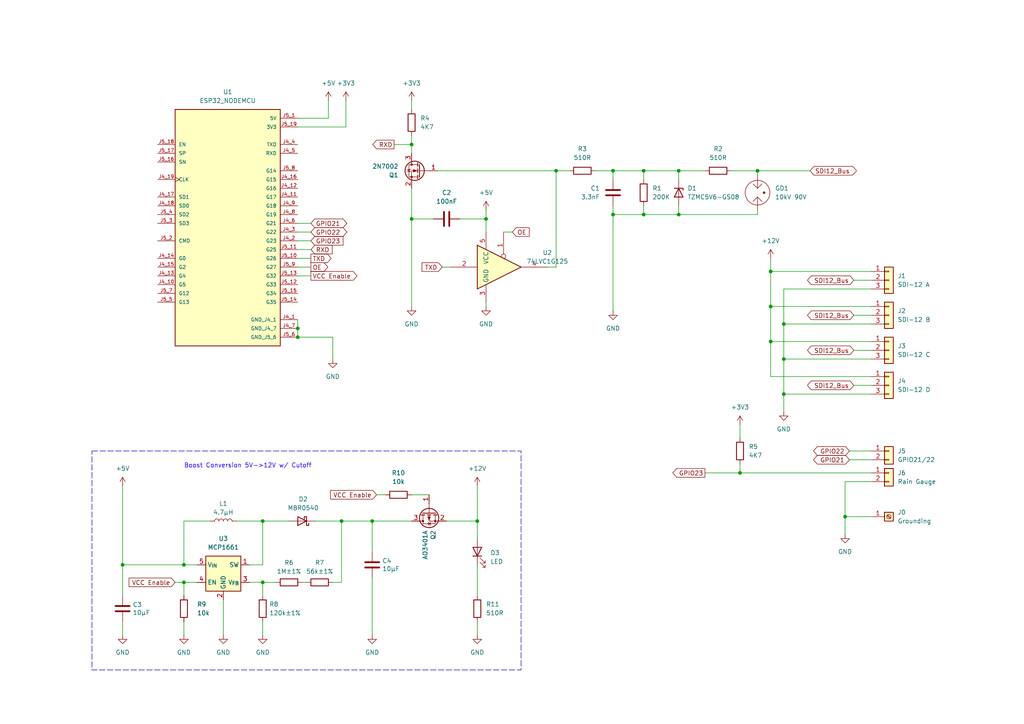
<source format=kicad_sch>
(kicad_sch (version 20230121) (generator eeschema)
  (paper "A4")
  (lib_symbols
    (symbol "74xGxx:74LVC1G125"
      (property "Reference" "U" (at -10.16 7.62 0))
      (property "Value" "74LVC1G125" (at 2.54 -7.62 0))
      (symbol "74LVC1G125_0_1"
        (polyline (pts (xy -7.62 6.35) (xy -7.62 -6.35) (xy 5.08 0) (xy -7.62 6.35)) (stroke (width 0.254)) (fill (type background)))
      )
      (symbol "74LVC1G125_1_1"
        (pin input inverted (at 0 10.16 270) (length 7.62) (name "~") (number "1"))
        (pin input line (at -15.24 0 0) (length 7.62) (name "~") (number "2"))
        (pin power_in line (at -5.08 -10.16 90) (length 5.08) (name "GND") (number "3"))
        (pin tri_state line (at 12.7 0 180) (length 7.62) (name "~") (number "4"))
        (pin power_in line (at -5.08 10.16 270) (length 5.08) (name "VCC") (number "5"))
      )
    )
    (symbol "Connector:Screw_Terminal_01x01" (pin_names (offset 1.016) hide)
      (property "Reference" "J" (at 0 2.54 0))
      (property "Value" "Screw_Terminal_01x01" (at 0 -2.54 0))
      (symbol "Screw_Terminal_01x01_1_1"
        (rectangle (start -1.27 1.27) (end 1.27 -1.27) (stroke (width 0.254)) (fill (type background)))
        (polyline (pts (xy -0.5334 0.3302) (xy 0.3302 -0.508)) (stroke (width 0.1524)))
        (polyline (pts (xy -0.3556 0.508) (xy 0.508 -0.3302)) (stroke (width 0.1524)))
        (circle (center 0 0) (radius 0.635) (stroke (width 0.1524)))
        (pin passive line (at -5.08 0 0) (length 3.81) (name "Pin_1") (number "1"))
      )
    )
    (symbol "Connector_Generic:Conn_01x02" (pin_names (offset 1.016) hide)
      (property "Reference" "J" (at 0 2.54 0))
      (property "Value" "Conn_01x02" (at 0 -5.08 0))
      (symbol "Conn_01x02_1_1"
        (rectangle (start -1.27 -2.413) (end 0 -2.667) (stroke (width 0.1524)))
        (rectangle (start -1.27 0.127) (end 0 -0.127) (stroke (width 0.1524)))
        (rectangle (start -1.27 1.27) (end 1.27 -3.81) (stroke (width 0.254)) (fill (type background)))
        (pin passive line (at -5.08 0 0) (length 3.81) (name "Pin_1") (number "1"))
        (pin passive line (at -5.08 -2.54 0) (length 3.81) (name "Pin_2") (number "2"))
      )
    )
    (symbol "Connector_Generic:Conn_01x03" (pin_names (offset 1.016) hide)
      (property "Reference" "J" (at 0 5.08 0))
      (property "Value" "Conn_01x03" (at 0 -5.08 0))
      (symbol "Conn_01x03_1_1"
        (rectangle (start -1.27 -2.413) (end 0 -2.667) (stroke (width 0.1524)))
        (rectangle (start -1.27 0.127) (end 0 -0.127) (stroke (width 0.1524)))
        (rectangle (start -1.27 2.667) (end 0 2.413) (stroke (width 0.1524)))
        (rectangle (start -1.27 3.81) (end 1.27 -3.81) (stroke (width 0.254)) (fill (type background)))
        (pin passive line (at -5.08 2.54 0) (length 3.81) (name "Pin_1") (number "1"))
        (pin passive line (at -5.08 0 0) (length 3.81) (name "Pin_2") (number "2"))
        (pin passive line (at -5.08 -2.54 0) (length 3.81) (name "Pin_3") (number "3"))
      )
    )
    (symbol "Device:C" (pin_numbers hide) (pin_names (offset 0.254))
      (property "Reference" "C" (at 0.635 2.54 0))
      (property "Value" "C" (at 0.635 -2.54 0))
      (symbol "C_0_1"
        (polyline (pts (xy -2.032 -0.762) (xy 2.032 -0.762)) (stroke (width 0.508)))
        (polyline (pts (xy -2.032 0.762) (xy 2.032 0.762)) (stroke (width 0.508)))
      )
      (symbol "C_1_1"
        (pin passive line (at 0 3.81 270) (length 2.794) (name "~") (number "1"))
        (pin passive line (at 0 -3.81 90) (length 2.794) (name "~") (number "2"))
      )
    )
    (symbol "Device:GDT_2Pin" (pin_numbers hide)
      (property "Reference" "GD" (at 5.08 0 90))
      (property "Value" "GDT_2Pin" (at 7.62 0 90))
      (symbol "GDT_2Pin_0_1"
        (polyline (pts (xy 0 -2.54) (xy 0 -1.27)))
        (polyline (pts (xy 0 -1.27) (xy -1.27 -2.54)))
        (polyline (pts (xy 0 -1.27) (xy 1.27 -2.54)))
        (polyline (pts (xy 0 1.27) (xy -1.27 2.54)))
        (polyline (pts (xy 0 1.27) (xy 1.27 2.54)))
        (polyline (pts (xy 0 2.54) (xy 0 1.27)))
        (circle (center 0 0) (radius 3.5814))
        (circle (center 1.905 0) (radius 0.127))
        (circle (center 1.905 0) (radius 0.127))
        (circle (center 1.905 0) (radius 0.2794))
        (circle (center 2.032 0) (radius 0.127))
      )
      (symbol "GDT_2Pin_1_1"
        (pin passive line (at 0 -5.08 90) (length 2.54) (name "~") (number "1"))
        (pin passive line (at 0 5.08 270) (length 2.54) (name "~") (number "3"))
      )
    )
    (symbol "Device:L" (pin_numbers hide) (pin_names (offset 1.016) hide)
      (property "Reference" "L" (at -1.27 0 90))
      (property "Value" "L" (at 1.905 0 90))
      (symbol "L_0_1"
        (arc (start 0 -2.54) (mid 0.6323 -1.905) (end 0 -1.27))
        (arc (start 0 -1.27) (mid 0.6323 -0.635) (end 0 0))
        (arc (start 0 0) (mid 0.6323 0.635) (end 0 1.27))
        (arc (start 0 1.27) (mid 0.6323 1.905) (end 0 2.54))
      )
      (symbol "L_1_1"
        (pin passive line (at 0 3.81 270) (length 1.27) (name "1") (number "1"))
        (pin passive line (at 0 -3.81 90) (length 1.27) (name "2") (number "2"))
      )
    )
    (symbol "Device:LED" (pin_numbers hide) (pin_names (offset 1.016) hide)
      (property "Reference" "D" (at 0 2.54 0))
      (property "Value" "LED" (at 0 -2.54 0))
      (symbol "LED_0_1"
        (polyline (pts (xy -1.27 -1.27) (xy -1.27 1.27)) (stroke (width 0.254)))
        (polyline (pts (xy -1.27 0) (xy 1.27 0)))
        (polyline (pts (xy 1.27 -1.27) (xy 1.27 1.27) (xy -1.27 0) (xy 1.27 -1.27)) (stroke (width 0.254)))
        (polyline (pts (xy -3.048 -0.762) (xy -4.572 -2.286) (xy -3.81 -2.286) (xy -4.572 -2.286) (xy -4.572 -1.524)))
        (polyline (pts (xy -1.778 -0.762) (xy -3.302 -2.286) (xy -2.54 -2.286) (xy -3.302 -2.286) (xy -3.302 -1.524)))
      )
      (symbol "LED_1_1"
        (pin passive line (at -3.81 0 0) (length 2.54) (name "K") (number "1"))
        (pin passive line (at 3.81 0 180) (length 2.54) (name "A") (number "2"))
      )
    )
    (symbol "Device:R" (pin_numbers hide) (pin_names (offset 0))
      (property "Reference" "R" (at 2.032 0 90))
      (property "Value" "R" (at 0 0 90))
      (symbol "R_0_1"
        (rectangle (start -1.016 -2.54) (end 1.016 2.54) (stroke (width 0.254)))
      )
      (symbol "R_1_1"
        (pin passive line (at 0 3.81 270) (length 1.27) (name "~") (number "1"))
        (pin passive line (at 0 -3.81 90) (length 1.27) (name "~") (number "2"))
      )
    )
    (symbol "Diode:BZV55B5V6" (pin_numbers hide) (pin_names hide)
      (property "Reference" "D" (at 0 2.54 0))
      (property "Value" "BZV55B5V6" (at 0 -2.54 0))
      (symbol "BZV55B5V6_0_1"
        (polyline (pts (xy 1.27 0) (xy -1.27 0)))
        (polyline (pts (xy -1.27 -1.27) (xy -1.27 1.27) (xy -0.762 1.27)) (stroke (width 0.254)))
        (polyline (pts (xy 1.27 -1.27) (xy 1.27 1.27) (xy -1.27 0) (xy 1.27 -1.27)) (stroke (width 0.254)))
      )
      (symbol "BZV55B5V6_1_1"
        (pin passive line (at -3.81 0 0) (length 2.54) (name "K") (number "1"))
        (pin passive line (at 3.81 0 180) (length 2.54) (name "A") (number "2"))
      )
    )
    (symbol "Diode:MBR0540" (pin_numbers hide) (pin_names (offset 1.016) hide)
      (property "Reference" "D" (at 0 2.54 0))
      (property "Value" "MBR0540" (at 0 -2.54 0))
      (symbol "MBR0540_0_1"
        (polyline (pts (xy 1.27 0) (xy -1.27 0)))
        (polyline (pts (xy 1.27 1.27) (xy 1.27 -1.27) (xy -1.27 0) (xy 1.27 1.27)) (stroke (width 0.254)))
        (polyline (pts (xy -1.905 0.635) (xy -1.905 1.27) (xy -1.27 1.27) (xy -1.27 -1.27) (xy -0.635 -1.27) (xy -0.635 -0.635)) (stroke (width 0.254)))
      )
      (symbol "MBR0540_1_1"
        (pin passive line (at -3.81 0 0) (length 2.54) (name "K") (number "1"))
        (pin passive line (at 3.81 0 180) (length 2.54) (name "A") (number "2"))
      )
    )
    (symbol "Driver_LED:MCP1662-xOT"
      (property "Reference" "U" (at -5.08 6.35 0))
      (property "Value" "MCP1662-xOT" (at 8.89 -6.35 0))
      (symbol "MCP1662-xOT_0_1"
        (rectangle (start -5.08 5.08) (end 5.08 -5.08) (stroke (width 0.254)) (fill (type background)))
      )
      (symbol "MCP1662-xOT_1_1"
        (pin power_out line (at 7.62 2.54 180) (length 2.54) (name "SW") (number "1"))
        (pin power_in line (at 0 -7.62 90) (length 2.54) (name "GND") (number "2"))
        (pin input line (at 7.62 -2.54 180) (length 2.54) (name "V_{FB}") (number "3"))
        (pin input line (at -7.62 -2.54 0) (length 2.54) (name "EN") (number "4"))
        (pin power_in line (at -7.62 2.54 0) (length 2.54) (name "V_{IN}") (number "5"))
      )
    )
    (symbol "ESP32_NODEMCU:ESP32_NODEMCU" (pin_names (offset 1.016))
      (property "Reference" "U" (at -15.24 36.322 0))
      (property "Value" "ESP32_NODEMCU" (at -15.24 -35.56 0))
      (symbol "ESP32_NODEMCU_0_0"
        (rectangle (start -15.24 -33.02) (end 15.24 35.56) (stroke (width 0.254)) (fill (type background)))
        (pin power_in line (at 20.32 -25.4 180) (length 5.08) (name "GND_J4_1") (number "J4_1"))
        (pin bidirectional line (at -20.32 -15.24 0) (length 5.08) (name "G5") (number "J4_10"))
        (pin bidirectional line (at 20.32 10.16 180) (length 5.08) (name "G17") (number "J4_11"))
        (pin bidirectional line (at 20.32 12.7 180) (length 5.08) (name "G16") (number "J4_12"))
        (pin bidirectional line (at -20.32 -12.7 0) (length 5.08) (name "G4") (number "J4_13"))
        (pin bidirectional line (at -20.32 -7.62 0) (length 5.08) (name "G0") (number "J4_14"))
        (pin bidirectional line (at -20.32 -10.16 0) (length 5.08) (name "G2") (number "J4_15"))
        (pin bidirectional line (at 20.32 15.24 180) (length 5.08) (name "G15") (number "J4_16"))
        (pin bidirectional line (at -20.32 10.16 0) (length 5.08) (name "SD1") (number "J4_17"))
        (pin bidirectional line (at -20.32 7.62 0) (length 5.08) (name "SD0") (number "J4_18"))
        (pin input clock (at -20.32 15.24 0) (length 5.08) (name "CLK") (number "J4_19"))
        (pin bidirectional line (at 20.32 -2.54 180) (length 5.08) (name "G23") (number "J4_2"))
        (pin bidirectional line (at 20.32 0 180) (length 5.08) (name "G22") (number "J4_3"))
        (pin output line (at 20.32 25.4 180) (length 5.08) (name "TXD") (number "J4_4"))
        (pin input line (at 20.32 22.86 180) (length 5.08) (name "RXD") (number "J4_5"))
        (pin bidirectional line (at 20.32 2.54 180) (length 5.08) (name "G21") (number "J4_6"))
        (pin power_in line (at 20.32 -27.94 180) (length 5.08) (name "GND_J4_7") (number "J4_7"))
        (pin bidirectional line (at 20.32 5.08 180) (length 5.08) (name "G19") (number "J4_8"))
        (pin bidirectional line (at 20.32 7.62 180) (length 5.08) (name "G18") (number "J4_9"))
        (pin power_in line (at 20.32 33.02 180) (length 5.08) (name "5V") (number "J5_1"))
        (pin bidirectional line (at 20.32 -7.62 180) (length 5.08) (name "G26") (number "J5_10"))
        (pin bidirectional line (at 20.32 -5.08 180) (length 5.08) (name "G25") (number "J5_11"))
        (pin bidirectional line (at 20.32 -15.24 180) (length 5.08) (name "G33") (number "J5_12"))
        (pin bidirectional line (at 20.32 -12.7 180) (length 5.08) (name "G32") (number "J5_13"))
        (pin bidirectional line (at 20.32 -20.32 180) (length 5.08) (name "G35") (number "J5_14"))
        (pin bidirectional line (at 20.32 -17.78 180) (length 5.08) (name "G34") (number "J5_15"))
        (pin input line (at -20.32 20.32 0) (length 5.08) (name "SN") (number "J5_16"))
        (pin input line (at -20.32 22.86 0) (length 5.08) (name "SP") (number "J5_17"))
        (pin input line (at -20.32 25.4 0) (length 5.08) (name "EN") (number "J5_18"))
        (pin power_in line (at 20.32 30.48 180) (length 5.08) (name "3V3") (number "J5_19"))
        (pin bidirectional line (at -20.32 -2.54 0) (length 5.08) (name "CMD") (number "J5_2"))
        (pin bidirectional line (at -20.32 2.54 0) (length 5.08) (name "SD3") (number "J5_3"))
        (pin bidirectional line (at -20.32 5.08 0) (length 5.08) (name "SD2") (number "J5_4"))
        (pin bidirectional line (at -20.32 -20.32 0) (length 5.08) (name "G13") (number "J5_5"))
        (pin power_in line (at 20.32 -30.48 180) (length 5.08) (name "GND_J5_6") (number "J5_6"))
        (pin bidirectional line (at -20.32 -17.78 0) (length 5.08) (name "G12") (number "J5_7"))
        (pin bidirectional line (at 20.32 17.78 180) (length 5.08) (name "G14") (number "J5_8"))
        (pin bidirectional line (at 20.32 -10.16 180) (length 5.08) (name "G27") (number "J5_9"))
      )
    )
    (symbol "Transistor_FET:2N7002" (pin_names hide)
      (property "Reference" "Q" (at 5.08 1.905 0))
      (property "Value" "2N7002" (at 5.08 0 0))
      (symbol "2N7002_0_1"
        (polyline (pts (xy 0.254 0) (xy -2.54 0)))
        (polyline (pts (xy 0.254 1.905) (xy 0.254 -1.905)) (stroke (width 0.254)))
        (polyline (pts (xy 0.762 -1.27) (xy 0.762 -2.286)) (stroke (width 0.254)))
        (polyline (pts (xy 0.762 0.508) (xy 0.762 -0.508)) (stroke (width 0.254)))
        (polyline (pts (xy 0.762 2.286) (xy 0.762 1.27)) (stroke (width 0.254)))
        (polyline (pts (xy 2.54 2.54) (xy 2.54 1.778)))
        (polyline (pts (xy 2.54 -2.54) (xy 2.54 0) (xy 0.762 0)))
        (polyline (pts (xy 0.762 -1.778) (xy 3.302 -1.778) (xy 3.302 1.778) (xy 0.762 1.778)))
        (polyline (pts (xy 1.016 0) (xy 2.032 0.381) (xy 2.032 -0.381) (xy 1.016 0)) (fill (type outline)))
        (polyline (pts (xy 2.794 0.508) (xy 2.921 0.381) (xy 3.683 0.381) (xy 3.81 0.254)))
        (polyline (pts (xy 3.302 0.381) (xy 2.921 -0.254) (xy 3.683 -0.254) (xy 3.302 0.381)))
        (circle (center 1.651 0) (radius 2.794) (stroke (width 0.254)))
        (circle (center 2.54 -1.778) (radius 0.254) (fill (type outline)))
        (circle (center 2.54 1.778) (radius 0.254) (fill (type outline)))
      )
      (symbol "2N7002_1_1"
        (pin input line (at -5.08 0 0) (length 2.54) (name "G") (number "1"))
        (pin passive line (at 2.54 -5.08 90) (length 2.54) (name "S") (number "2"))
        (pin passive line (at 2.54 5.08 270) (length 2.54) (name "D") (number "3"))
      )
    )
    (symbol "Transistor_FET:AO3401A" (pin_names hide)
      (property "Reference" "Q" (at 5.08 1.905 0))
      (property "Value" "AO3401A" (at 5.08 0 0))
      (symbol "AO3401A_0_1"
        (polyline (pts (xy 0.254 0) (xy -2.54 0)))
        (polyline (pts (xy 0.254 1.905) (xy 0.254 -1.905)) (stroke (width 0.254)))
        (polyline (pts (xy 0.762 -1.27) (xy 0.762 -2.286)) (stroke (width 0.254)))
        (polyline (pts (xy 0.762 0.508) (xy 0.762 -0.508)) (stroke (width 0.254)))
        (polyline (pts (xy 0.762 2.286) (xy 0.762 1.27)) (stroke (width 0.254)))
        (polyline (pts (xy 2.54 2.54) (xy 2.54 1.778)))
        (polyline (pts (xy 2.54 -2.54) (xy 2.54 0) (xy 0.762 0)))
        (polyline (pts (xy 0.762 1.778) (xy 3.302 1.778) (xy 3.302 -1.778) (xy 0.762 -1.778)))
        (polyline (pts (xy 2.286 0) (xy 1.27 0.381) (xy 1.27 -0.381) (xy 2.286 0)) (fill (type outline)))
        (polyline (pts (xy 2.794 -0.508) (xy 2.921 -0.381) (xy 3.683 -0.381) (xy 3.81 -0.254)))
        (polyline (pts (xy 3.302 -0.381) (xy 2.921 0.254) (xy 3.683 0.254) (xy 3.302 -0.381)))
        (circle (center 1.651 0) (radius 2.794) (stroke (width 0.254)))
        (circle (center 2.54 -1.778) (radius 0.254) (fill (type outline)))
        (circle (center 2.54 1.778) (radius 0.254) (fill (type outline)))
      )
      (symbol "AO3401A_1_1"
        (pin input line (at -5.08 0 0) (length 2.54) (name "G") (number "1"))
        (pin passive line (at 2.54 -5.08 90) (length 2.54) (name "S") (number "2"))
        (pin passive line (at 2.54 5.08 270) (length 2.54) (name "D") (number "3"))
      )
    )
    (symbol "power:+12V" (power) (pin_names (offset 0))
      (property "Value" "+12V" (at 0 3.556 0))
      (symbol "+12V_0_1"
        (polyline (pts (xy -0.762 1.27) (xy 0 2.54)))
        (polyline (pts (xy 0 0) (xy 0 2.54)))
        (polyline (pts (xy 0 2.54) (xy 0.762 1.27)))
      )
      (symbol "+12V_1_1"
        (pin power_in line (at 0 0 90) (length 0) hide (name "+12V") (number "1"))
      )
    )
    (symbol "power:+3V3" (power) (pin_names (offset 0))
      (property "Value" "+3V3" (at 0 3.556 0))
      (symbol "+3V3_0_1"
        (polyline (pts (xy -0.762 1.27) (xy 0 2.54)))
        (polyline (pts (xy 0 0) (xy 0 2.54)))
        (polyline (pts (xy 0 2.54) (xy 0.762 1.27)))
      )
      (symbol "+3V3_1_1"
        (pin power_in line (at 0 0 90) (length 0) hide (name "+3V3") (number "1"))
      )
    )
    (symbol "power:+5V" (power) (pin_names (offset 0))
      (property "Value" "+5V" (at 0 3.556 0))
      (symbol "+5V_0_1"
        (polyline (pts (xy -0.762 1.27) (xy 0 2.54)))
        (polyline (pts (xy 0 0) (xy 0 2.54)))
        (polyline (pts (xy 0 2.54) (xy 0.762 1.27)))
      )
      (symbol "+5V_1_1"
        (pin power_in line (at 0 0 90) (length 0) hide (name "+5V") (number "1"))
      )
    )
    (symbol "power:GND" (power) (pin_names (offset 0))
      (property "Value" "GND" (at 0 -3.81 0))
      (symbol "GND_0_1"
        (polyline (pts (xy 0 0) (xy 0 -1.27) (xy 1.27 -1.27) (xy 0 -2.54) (xy -1.27 -1.27) (xy 0 -1.27)))
      )
      (symbol "GND_1_1"
        (pin power_in line (at 0 0 270) (length 0) hide (name "GND") (number "1"))
      )
    )
  )
  (junction (at 223.52 78.74))
  (junction (at 53.34 168.91))
  (junction (at 177.8 62.23))
  (junction (at 227.33 114.3))
  (junction (at 177.8 49.53))
  (junction (at 196.85 49.53))
  (junction (at 186.69 49.53))
  (junction (at 53.34 163.83))
  (junction (at 86.36 95.25))
  (junction (at 107.95 151.13))
  (junction (at 86.36 97.79))
  (junction (at 76.2 168.91))
  (junction (at 119.38 63.5))
  (junction (at 35.56 163.83))
  (junction (at 227.33 93.98))
  (junction (at 161.29 49.53))
  (junction (at 196.85 62.23))
  (junction (at 76.2 151.13))
  (junction (at 245.11 149.86))
  (junction (at 138.43 151.13))
  (junction (at 227.33 104.14))
  (junction (at 219.71 49.53))
  (junction (at 140.97 63.5))
  (junction (at 99.06 151.13))
  (junction (at 223.52 88.9))
  (junction (at 186.69 62.23))
  (junction (at 214.63 137.16))
  (junction (at 223.52 99.06))
  (junction (at 119.38 41.91))
  (wire (pts (xy 214.63 123.19) (xy 214.63 127)))
  (wire (pts (xy 177.8 62.23) (xy 177.8 90.17)))
  (wire (pts (xy 247.65 111.76) (xy 252.73 111.76)))
  (wire (pts (xy 86.36 77.47) (xy 90.17 77.47)))
  (wire (pts (xy 252.73 114.3) (xy 227.33 114.3)))
  (wire (pts (xy 252.73 88.9) (xy 223.52 88.9)))
  (wire (pts (xy 177.8 62.23) (xy 177.8 59.69)))
  (wire (pts (xy 223.52 74.93) (xy 223.52 78.74)))
  (wire (pts (xy 119.38 39.37) (xy 119.38 41.91)))
  (wire (pts (xy 86.36 69.85) (xy 90.17 69.85)))
  (wire (pts (xy 86.36 72.39) (xy 90.17 72.39)))
  (wire (pts (xy 86.36 92.71) (xy 86.36 95.25)))
  (wire (pts (xy 172.72 49.53) (xy 177.8 49.53)))
  (wire (pts (xy 186.69 49.53) (xy 196.85 49.53)))
  (wire (pts (xy 186.69 59.69) (xy 186.69 62.23)))
  (wire (pts (xy 119.38 63.5) (xy 125.73 63.5)))
  (wire (pts (xy 246.38 133.35) (xy 252.73 133.35)))
  (wire (pts (xy 72.39 168.91) (xy 76.2 168.91)))
  (wire (pts (xy 53.34 180.34) (xy 53.34 184.15)))
  (wire (pts (xy 219.71 49.53) (xy 219.71 50.8)))
  (wire (pts (xy 96.52 104.14) (xy 96.52 97.79)))
  (wire (pts (xy 223.52 78.74) (xy 252.73 78.74)))
  (wire (pts (xy 227.33 93.98) (xy 227.33 104.14)))
  (wire (pts (xy 107.95 151.13) (xy 119.38 151.13)))
  (wire (pts (xy 76.2 168.91) (xy 80.01 168.91)))
  (wire (pts (xy 186.69 49.53) (xy 186.69 52.07)))
  (wire (pts (xy 86.36 74.93) (xy 90.17 74.93)))
  (wire (pts (xy 223.52 99.06) (xy 223.52 88.9)))
  (wire (pts (xy 68.58 151.13) (xy 76.2 151.13)))
  (wire (pts (xy 119.38 29.21) (xy 119.38 31.75)))
  (wire (pts (xy 86.36 64.77) (xy 90.17 64.77)))
  (wire (pts (xy 204.47 137.16) (xy 214.63 137.16)))
  (wire (pts (xy 252.73 149.86) (xy 245.11 149.86)))
  (wire (pts (xy 177.8 49.53) (xy 177.8 52.07)))
  (wire (pts (xy 161.29 77.47) (xy 161.29 49.53)))
  (wire (pts (xy 245.11 139.7) (xy 252.73 139.7)))
  (wire (pts (xy 60.96 151.13) (xy 53.34 151.13)))
  (wire (pts (xy 212.09 49.53) (xy 219.71 49.53)))
  (wire (pts (xy 247.65 81.28) (xy 252.73 81.28)))
  (wire (pts (xy 86.36 67.31) (xy 90.17 67.31)))
  (wire (pts (xy 35.56 172.72) (xy 35.56 163.83)))
  (wire (pts (xy 76.2 168.91) (xy 76.2 172.72)))
  (wire (pts (xy 100.33 36.83) (xy 86.36 36.83)))
  (wire (pts (xy 138.43 163.83) (xy 138.43 172.72)))
  (wire (pts (xy 95.25 34.29) (xy 86.36 34.29)))
  (wire (pts (xy 219.71 49.53) (xy 234.95 49.53)))
  (wire (pts (xy 252.73 109.22) (xy 223.52 109.22)))
  (wire (pts (xy 119.38 143.51) (xy 124.46 143.51)))
  (wire (pts (xy 138.43 140.97) (xy 138.43 151.13)))
  (wire (pts (xy 53.34 168.91) (xy 57.15 168.91)))
  (wire (pts (xy 129.54 151.13) (xy 138.43 151.13)))
  (wire (pts (xy 96.52 168.91) (xy 99.06 168.91)))
  (wire (pts (xy 35.56 140.97) (xy 35.56 163.83)))
  (wire (pts (xy 72.39 163.83) (xy 76.2 163.83)))
  (wire (pts (xy 64.77 173.99) (xy 64.77 184.15)))
  (wire (pts (xy 246.38 130.81) (xy 252.73 130.81)))
  (wire (pts (xy 119.38 41.91) (xy 119.38 44.45)))
  (wire (pts (xy 177.8 49.53) (xy 186.69 49.53)))
  (wire (pts (xy 100.33 29.21) (xy 100.33 36.83)))
  (wire (pts (xy 86.36 95.25) (xy 86.36 97.79)))
  (wire (pts (xy 50.8 168.91) (xy 53.34 168.91)))
  (wire (pts (xy 99.06 151.13) (xy 107.95 151.13)))
  (wire (pts (xy 133.35 63.5) (xy 140.97 63.5)))
  (wire (pts (xy 86.36 80.01) (xy 90.17 80.01)))
  (wire (pts (xy 76.2 151.13) (xy 76.2 163.83)))
  (wire (pts (xy 53.34 151.13) (xy 53.34 163.83)))
  (wire (pts (xy 252.73 83.82) (xy 227.33 83.82)))
  (wire (pts (xy 119.38 54.61) (xy 119.38 63.5)))
  (wire (pts (xy 161.29 49.53) (xy 165.1 49.53)))
  (wire (pts (xy 91.44 151.13) (xy 99.06 151.13)))
  (wire (pts (xy 140.97 87.63) (xy 140.97 88.9)))
  (wire (pts (xy 252.73 93.98) (xy 227.33 93.98)))
  (wire (pts (xy 138.43 180.34) (xy 138.43 184.15)))
  (wire (pts (xy 252.73 99.06) (xy 223.52 99.06)))
  (wire (pts (xy 223.52 88.9) (xy 223.52 78.74)))
  (wire (pts (xy 223.52 109.22) (xy 223.52 99.06)))
  (wire (pts (xy 87.63 168.91) (xy 88.9 168.91)))
  (wire (pts (xy 146.05 67.31) (xy 148.59 67.31)))
  (wire (pts (xy 109.22 143.51) (xy 111.76 143.51)))
  (wire (pts (xy 107.95 151.13) (xy 107.95 160.02)))
  (wire (pts (xy 177.8 62.23) (xy 186.69 62.23)))
  (wire (pts (xy 53.34 163.83) (xy 57.15 163.83)))
  (wire (pts (xy 161.29 77.47) (xy 158.75 77.47)))
  (wire (pts (xy 247.65 101.6) (xy 252.73 101.6)))
  (wire (pts (xy 76.2 180.34) (xy 76.2 184.15)))
  (wire (pts (xy 35.56 163.83) (xy 53.34 163.83)))
  (wire (pts (xy 119.38 63.5) (xy 119.38 88.9)))
  (wire (pts (xy 196.85 49.53) (xy 204.47 49.53)))
  (wire (pts (xy 140.97 63.5) (xy 140.97 67.31)))
  (wire (pts (xy 247.65 91.44) (xy 252.73 91.44)))
  (wire (pts (xy 186.69 62.23) (xy 196.85 62.23)))
  (wire (pts (xy 196.85 49.53) (xy 196.85 52.07)))
  (wire (pts (xy 227.33 104.14) (xy 227.33 114.3)))
  (wire (pts (xy 214.63 134.62) (xy 214.63 137.16)))
  (wire (pts (xy 227.33 83.82) (xy 227.33 93.98)))
  (wire (pts (xy 128.27 77.47) (xy 130.81 77.47)))
  (wire (pts (xy 252.73 104.14) (xy 227.33 104.14)))
  (wire (pts (xy 76.2 151.13) (xy 83.82 151.13)))
  (wire (pts (xy 214.63 137.16) (xy 252.73 137.16)))
  (wire (pts (xy 95.25 29.21) (xy 95.25 34.29)))
  (wire (pts (xy 140.97 60.96) (xy 140.97 63.5)))
  (wire (pts (xy 227.33 114.3) (xy 227.33 119.38)))
  (wire (pts (xy 196.85 59.69) (xy 196.85 62.23)))
  (wire (pts (xy 219.71 62.23) (xy 219.71 60.96)))
  (wire (pts (xy 35.56 180.34) (xy 35.56 184.15)))
  (wire (pts (xy 99.06 151.13) (xy 99.06 168.91)))
  (wire (pts (xy 127 49.53) (xy 161.29 49.53)))
  (wire (pts (xy 96.52 97.79) (xy 86.36 97.79)))
  (wire (pts (xy 245.11 139.7) (xy 245.11 149.86)))
  (wire (pts (xy 245.11 149.86) (xy 245.11 154.94)))
  (wire (pts (xy 114.3 41.91) (xy 119.38 41.91)))
  (wire (pts (xy 53.34 168.91) (xy 53.34 172.72)))
  (wire (pts (xy 138.43 151.13) (xy 138.43 156.21)))
  (wire (pts (xy 107.95 167.64) (xy 107.95 184.15)))
  (wire (pts (xy 196.85 62.23) (xy 219.71 62.23)))
  (rectangle (start 26.67 130.81) (end 151.13 194.31) (stroke (width 0) (type dash)))
  (rectangle (start 26.67 135.89) (end 26.67 135.89))
  (text "Boost Conversion 5V->12V w/ Cutoff" (at 53.34 135.89 0) (effects (font (size 1.27 1.27)) (justify left bottom)))
  (global_label "OE" (shape output) (at 90.17 77.47 0) (property "Intersheetrefs" "${INTERSHEET_REFS}" (effects hide)))
  (global_label "VCC Enable" (shape output) (at 90.17 80.01 0) (property "Intersheetrefs" "${INTERSHEET_REFS}" (effects hide)))
  (global_label "GPIO22" (shape bidirectional) (at 246.38 130.81 180) (property "Intersheetrefs" "${INTERSHEET_REFS}" (effects hide)))
  (global_label "VCC Enable" (shape input) (at 109.22 143.51 180) (property "Intersheetrefs" "${INTERSHEET_REFS}" (effects hide)))
  (global_label "RXD" (shape output) (at 114.3 41.91 180) (property "Intersheetrefs" "${INTERSHEET_REFS}" (effects hide)))
  (global_label "SDI12_Bus" (shape bidirectional) (at 234.95 49.53 0) (property "Intersheetrefs" "${INTERSHEET_REFS}" (effects hide)))
  (global_label "GPIO23" (shape input) (at 90.17 69.85 0) (property "Intersheetrefs" "${INTERSHEET_REFS}" (effects hide)))
  (global_label "VCC Enable" (shape input) (at 50.8 168.91 180) (property "Intersheetrefs" "${INTERSHEET_REFS}" (effects hide)))
  (global_label "SDI12_Bus" (shape bidirectional) (at 247.65 101.6 180) (property "Intersheetrefs" "${INTERSHEET_REFS}" (effects hide)))
  (global_label "TXD" (shape input) (at 128.27 77.47 180) (property "Intersheetrefs" "${INTERSHEET_REFS}" (effects hide)))
  (global_label "SDI12_Bus" (shape bidirectional) (at 247.65 91.44 180) (property "Intersheetrefs" "${INTERSHEET_REFS}" (effects hide)))
  (global_label "OE" (shape input) (at 148.59 67.31 0) (property "Intersheetrefs" "${INTERSHEET_REFS}" (effects hide)))
  (global_label "RXD" (shape input) (at 90.17 72.39 0) (property "Intersheetrefs" "${INTERSHEET_REFS}" (effects hide)))
  (global_label "GPIO21" (shape bidirectional) (at 246.38 133.35 180) (property "Intersheetrefs" "${INTERSHEET_REFS}" (effects hide)))
  (global_label "GPIO22" (shape bidirectional) (at 90.17 67.31 0) (property "Intersheetrefs" "${INTERSHEET_REFS}" (effects hide)))
  (global_label "TXD" (shape output) (at 90.17 74.93 0) (property "Intersheetrefs" "${INTERSHEET_REFS}" (effects hide)))
  (global_label "GPIO23" (shape output) (at 204.47 137.16 180) (property "Intersheetrefs" "${INTERSHEET_REFS}" (effects hide)))
  (global_label "SDI12_Bus" (shape bidirectional) (at 247.65 111.76 180) (property "Intersheetrefs" "${INTERSHEET_REFS}" (effects hide)))
  (global_label "SDI12_Bus" (shape bidirectional) (at 247.65 81.28 180) (property "Intersheetrefs" "${INTERSHEET_REFS}" (effects hide)))
  (global_label "GPIO21" (shape bidirectional) (at 90.17 64.77 0) (property "Intersheetrefs" "${INTERSHEET_REFS}" (effects hide)))
  (symbol (lib_id "Device:R") (at 168.91 49.53 90) (unit 1)
    (property "Reference" "R3" (at 168.91 43.18 90))
    (property "Value" "510R" (at 168.91 45.72 90))
    (property "Footprint" "Resistor_SMD:R_0805_2012Metric_Pad1.20x1.40mm_HandSolder" (effects hide))
  )
  (symbol (lib_id "power:GND") (at 138.43 184.15 0) (unit 1)
    (property "Reference" "#PWR020" (effects hide))
    (property "Value" "GND" (at 138.43 189.23 0))
  )
  (symbol (lib_id "Driver_LED:MCP1662-xOT") (at 64.77 166.37 0) (unit 1)
    (property "Reference" "U3" (at 64.77 156.21 0))
    (property "Value" "MCP1661" (at 64.77 158.75 0))
    (property "Footprint" "Package_TO_SOT_SMD:SOT-23-5_HandSoldering" (effects hide))
    (property "Datasheet" "https://ww1.microchip.com/downloads/en/DeviceDoc/20005316E.pdf" (effects hide))
  )
  (symbol (lib_id "Connector_Generic:Conn_01x03") (at 257.81 111.76 0) (unit 1)
    (property "Reference" "J4" (at 260.35 110.49 0) (effects (justify left)))
    (property "Value" "SDI-12 D" (at 260.35 113.03 0) (effects (justify left)))
    (property "Footprint" "Fraxinas-kicad:Phoenix Contact SPTA 1 3 5,0 1752227" (effects hide))
  )
  (symbol (lib_id "74xGxx:74LVC1G125") (at 146.05 77.47 0) (unit 1)
    (property "Reference" "U2" (at 158.75 73.2791 0))
    (property "Value" "74LVC1G125" (at 158.75 75.8191 0))
    (property "Footprint" "Package_TO_SOT_SMD:SOT-23-5_HandSoldering" (effects hide))
    (property "Datasheet" "https://www.ti.com/lit/ds/symlink/sn74lvc1g125.pdf" (effects hide))
  )
  (symbol (lib_id "power:GND") (at 76.2 184.15 0) (unit 1)
    (property "Reference" "#PWR013" (effects hide))
    (property "Value" "GND" (at 76.2 189.23 0))
  )
  (symbol (lib_id "Diode:BZV55B5V6") (at 196.85 55.88 270) (unit 1)
    (property "Reference" "D1" (at 199.39 54.61 90) (effects (justify left)))
    (property "Value" "TZMC5V6-GS08" (at 199.39 57.15 90) (effects (justify left)))
    (property "Footprint" "Diode_SMD:D_MiniMELF" (effects hide))
    (property "Datasheet" "https://www.vishay.com/docs/84122/tzm.pdf" (effects hide))
  )
  (symbol (lib_id "Device:LED") (at 138.43 160.02 90) (unit 1)
    (property "Reference" "D3" (at 142.24 160.3375 90) (effects (justify right)))
    (property "Value" "LED" (at 142.24 162.8775 90) (effects (justify right)))
    (property "Footprint" "LED_SMD:LED_0805_2012Metric_Pad1.15x1.40mm_HandSolder" (effects hide))
  )
  (symbol (lib_id "power:GND") (at 177.8 90.17 0) (unit 1)
    (property "Reference" "#PWR09" (effects hide))
    (property "Value" "GND" (at 177.8 95.25 0))
  )
  (symbol (lib_id "Connector_Generic:Conn_01x03") (at 257.81 81.28 0) (unit 1)
    (property "Reference" "J1" (at 260.35 80.01 0) (effects (justify left)))
    (property "Value" "SDI-12 A" (at 260.35 82.55 0) (effects (justify left)))
    (property "Footprint" "Fraxinas-kicad:Phoenix Contact SPTA 1 3 5,0 1752227" (effects hide))
  )
  (symbol (lib_id "power:+3V3") (at 100.33 29.21 0) (unit 1)
    (property "Reference" "#PWR02" (effects hide))
    (property "Value" "+3V3" (at 100.33 24.13 0))
  )
  (symbol (lib_id "power:+3V3") (at 119.38 29.21 0) (unit 1)
    (property "Reference" "#PWR05" (effects hide))
    (property "Value" "+3V3" (at 119.38 24.13 0))
  )
  (symbol (lib_id "Connector_Generic:Conn_01x03") (at 257.81 101.6 0) (unit 1)
    (property "Reference" "J3" (at 260.35 100.33 0) (effects (justify left)))
    (property "Value" "SDI-12 C" (at 260.35 102.87 0) (effects (justify left)))
    (property "Footprint" "Fraxinas-kicad:Phoenix Contact SPTA 1 3 5,0 1752227" (effects hide))
  )
  (symbol (lib_id "Device:R") (at 76.2 176.53 0) (unit 1)
    (property "Reference" "R8" (at 78.105 175.26 0) (effects (justify left)))
    (property "Value" "120k±1%" (at 78.105 177.8 0) (effects (justify left)))
    (property "Footprint" "Resistor_SMD:R_0805_2012Metric_Pad1.20x1.40mm_HandSolder" (effects hide))
  )
  (symbol (lib_id "Device:C") (at 35.56 176.53 0) (unit 1)
    (property "Reference" "C3" (at 38.481 175.3616 0) (effects (justify left)))
    (property "Value" "10µF" (at 38.481 177.673 0) (effects (justify left)))
    (property "Footprint" "Capacitor_SMD:C_0805_2012Metric_Pad1.18x1.45mm_HandSolder" (effects hide))
  )
  (symbol (lib_id "Device:L") (at 64.77 151.13 90) (unit 1)
    (property "Reference" "L1" (at 64.77 146.05 90))
    (property "Value" "4.7µH" (at 64.77 148.59 90))
    (property "Footprint" "Inductor_SMD:L_1008_2520Metric_Pad1.43x2.20mm_HandSolder" (effects hide))
  )
  (symbol (lib_id "Device:GDT_2Pin") (at 219.71 55.88 0) (unit 1)
    (property "Reference" "GD1" (at 224.79 54.61 0) (effects (justify left)))
    (property "Value" "10kV 90V" (at 224.79 57.15 0) (effects (justify left)))
    (property "Footprint" "Fraxinas-kicad:Gas Discharge Tube Generic 12.7mm THT" (effects hide))
  )
  (symbol (lib_id "power:GND") (at 140.97 88.9 0) (unit 1)
    (property "Reference" "#PWR08" (effects hide))
    (property "Value" "GND" (at 140.97 93.98 0))
  )
  (symbol (lib_id "Device:C") (at 107.95 163.83 0) (unit 1)
    (property "Reference" "C4" (at 110.871 162.6616 0) (effects (justify left)))
    (property "Value" "10µF" (at 110.871 164.973 0) (effects (justify left)))
    (property "Footprint" "Capacitor_SMD:C_0805_2012Metric_Pad1.18x1.45mm_HandSolder" (effects hide))
  )
  (symbol (lib_id "Device:R") (at 115.57 143.51 270) (unit 1)
    (property "Reference" "R10" (at 115.57 137.16 90))
    (property "Value" "10k" (at 115.57 139.7 90))
    (property "Footprint" "Resistor_SMD:R_0805_2012Metric_Pad1.20x1.40mm_HandSolder" (effects hide))
  )
  (symbol (lib_id "Connector_Generic:Conn_01x02") (at 257.81 137.16 0) (unit 1)
    (property "Reference" "J6" (at 260.35 137.16 0) (effects (justify left)))
    (property "Value" "Rain Gauge" (at 260.35 139.7 0) (effects (justify left)))
    (property "Footprint" "Fraxinas-kicad:Phoenix Contact SPTA 1 2 5,0 1752214" (effects hide))
  )
  (symbol (lib_id "Device:R") (at 92.71 168.91 270) (unit 1)
    (property "Reference" "R7" (at 92.71 163.195 90))
    (property "Value" "56k±1%" (at 92.71 165.735 90))
    (property "Footprint" "Resistor_SMD:R_0805_2012Metric_Pad1.20x1.40mm_HandSolder" (effects hide))
  )
  (symbol (lib_id "Device:R") (at 119.38 35.56 0) (unit 1)
    (property "Reference" "R4" (at 121.92 34.29 0) (effects (justify left)))
    (property "Value" "4K7" (at 121.92 36.83 0) (effects (justify left)))
    (property "Footprint" "Resistor_SMD:R_0805_2012Metric_Pad1.20x1.40mm_HandSolder" (effects hide))
  )
  (symbol (lib_id "Device:C") (at 129.54 63.5 90) (unit 1)
    (property "Reference" "C2" (at 129.54 55.88 90))
    (property "Value" "100nF" (at 129.54 58.42 90))
    (property "Footprint" "Capacitor_SMD:C_0805_2012Metric_Pad1.18x1.45mm_HandSolder" (effects hide))
  )
  (symbol (lib_id "Device:C") (at 177.8 55.88 0) (unit 1)
    (property "Reference" "C1" (at 173.99 54.61 0) (effects (justify right)))
    (property "Value" "3.3nF" (at 173.99 57.15 0) (effects (justify right)))
    (property "Footprint" "Capacitor_SMD:C_0805_2012Metric_Pad1.18x1.45mm_HandSolder" (effects hide))
  )
  (symbol (lib_id "Device:R") (at 83.82 168.91 270) (unit 1)
    (property "Reference" "R6" (at 83.82 163.195 90))
    (property "Value" "1M±1%" (at 83.82 165.735 90))
    (property "Footprint" "Resistor_SMD:R_0805_2012Metric_Pad1.20x1.40mm_HandSolder" (effects hide))
  )
  (symbol (lib_id "Transistor_FET:AO3401A") (at 124.46 148.59 90) (mirror x) (unit 1)
    (property "Reference" "Q2" (at 125.6284 153.797 0) (effects (justify left)))
    (property "Value" "AO3401A" (at 123.317 153.797 0) (effects (justify left)))
    (property "Footprint" "Package_TO_SOT_SMD:SOT-23" (effects hide))
    (property "Datasheet" "http://www.aosmd.com/pdfs/datasheet/AO3401A.pdf" (effects hide))
  )
  (symbol (lib_id "Connector:Screw_Terminal_01x01") (at 257.81 149.86 0) (unit 1)
    (property "Reference" "J0" (at 260.35 148.59 0) (effects (justify left)))
    (property "Value" "Grounding" (at 260.35 151.13 0) (effects (justify left)))
    (property "Footprint" "MountingHole:MountingHole_4.3mm_M4_ISO7380_Pad_TopBottom" (effects hide))
  )
  (symbol (lib_id "power:+5V") (at 140.97 60.96 0) (unit 1)
    (property "Reference" "#PWR06" (effects hide))
    (property "Value" "+5V" (at 140.97 55.88 0))
  )
  (symbol (lib_id "Connector_Generic:Conn_01x02") (at 257.81 130.81 0) (unit 1)
    (property "Reference" "J5" (at 260.35 130.81 0) (effects (justify left)))
    (property "Value" "GPIO21/22" (at 260.35 133.35 0) (effects (justify left)))
    (property "Footprint" "Fraxinas-kicad:Phoenix Contact SPTA 1 2 5,0 1752214" (effects hide))
  )
  (symbol (lib_id "ESP32_NODEMCU:ESP32_NODEMCU") (at 66.04 67.31 0) (unit 1)
    (property "Reference" "U1" (at 66.04 26.67 0))
    (property "Value" "ESP32_NODEMCU" (at 66.04 29.21 0))
    (property "Footprint" "Fraxinas-kicad:MODULE_ESP32_NODEMCU" (effects hide))
    (property "MF" "Espressif Systems" (effects hide))
    (property "MAXIMUM_PACKAGE_HEIGHT" "6.6 mm" (effects hide))
    (property "Package" "Package" (effects hide))
    (property "Price" "None" (effects hide))
    (property "Check_prices" "https://www.snapeda.com/parts/ESP32%20NodeMCU/Espressif+Systems/view-part/?ref=eda" (effects hide))
    (property "STANDARD" "Manufacturer Recommendations" (effects hide))
    (property "SnapEDA_Link" "https://www.snapeda.com/parts/ESP32%20NodeMCU/Espressif+Systems/view-part/?ref=snap" (effects hide))
    (property "MP" "ESP32 NodeMCU" (effects hide))
    (property "Description" "\nNodeMCU is an open source loT platform. ESP32 is a series of low cost, low power\nsystem-on-chip (SoC) microcontrollers with integrated Wi-Fi & dual-mode Bluetooth.\n" (effects hide))
    (property "Availability" "Not in stock" (effects hide))
    (property "MANUFACTURER" "Espressif" (effects hide))
  )
  (symbol (lib_id "power:GND") (at 245.11 154.94 0) (unit 1)
    (property "Reference" "#PWR019" (effects hide))
    (property "Value" "GND" (at 245.11 160.02 0))
  )
  (symbol (lib_id "Device:R") (at 214.63 130.81 0) (unit 1)
    (property "Reference" "R5" (at 217.17 129.54 0) (effects (justify left)))
    (property "Value" "4K7" (at 217.17 132.08 0) (effects (justify left)))
    (property "Footprint" "Resistor_SMD:R_0805_2012Metric_Pad1.20x1.40mm_HandSolder" (effects hide))
  )
  (symbol (lib_id "power:+3V3") (at 214.63 123.19 0) (unit 1)
    (property "Reference" "#PWR018" (effects hide))
    (property "Value" "+3V3" (at 214.63 118.11 0))
  )
  (symbol (lib_id "Connector_Generic:Conn_01x03") (at 257.81 91.44 0) (unit 1)
    (property "Reference" "J2" (at 260.35 90.17 0) (effects (justify left)))
    (property "Value" "SDI-12 B" (at 260.35 92.71 0) (effects (justify left)))
    (property "Footprint" "Fraxinas-kicad:Phoenix Contact SPTA 1 3 5,0 1752227" (effects hide))
  )
  (symbol (lib_id "power:GND") (at 227.33 119.38 0) (unit 1)
    (property "Reference" "#PWR017" (effects hide))
    (property "Value" "GND" (at 227.33 124.46 0))
  )
  (symbol (lib_id "Transistor_FET:2N7002") (at 121.92 49.53 0) (mirror y) (unit 1)
    (property "Reference" "Q1" (at 115.57 50.8 0) (effects (justify left)))
    (property "Value" "2N7002" (at 115.57 48.26 0) (effects (justify left)))
    (property "Footprint" "Package_TO_SOT_SMD:SOT-23" (effects hide))
    (property "Datasheet" "https://www.onsemi.com/pub/Collateral/NDS7002A-D.PDF" (effects hide))
  )
  (symbol (lib_id "power:GND") (at 96.52 104.14 0) (unit 1)
    (property "Reference" "#PWR03" (effects hide))
    (property "Value" "GND" (at 96.52 109.22 0))
  )
  (symbol (lib_id "Device:R") (at 186.69 55.88 0) (unit 1)
    (property "Reference" "R1" (at 189.23 54.61 0) (effects (justify left)))
    (property "Value" "200K" (at 189.23 57.15 0) (effects (justify left)))
    (property "Footprint" "Resistor_SMD:R_0805_2012Metric_Pad1.20x1.40mm_HandSolder" (effects hide))
  )
  (symbol (lib_id "Device:R") (at 208.28 49.53 90) (unit 1)
    (property "Reference" "R2" (at 208.28 43.18 90))
    (property "Value" "510R" (at 208.28 45.72 90))
    (property "Footprint" "Resistor_SMD:R_0805_2012Metric_Pad1.20x1.40mm_HandSolder" (effects hide))
  )
  (symbol (lib_id "Device:R") (at 138.43 176.53 180) (unit 1)
    (property "Reference" "R11" (at 140.97 175.26 0) (effects (justify right)))
    (property "Value" "510R" (at 140.97 177.8 0) (effects (justify right)))
    (property "Footprint" "Resistor_SMD:R_0805_2012Metric_Pad1.20x1.40mm_HandSolder" (effects hide))
  )
  (symbol (lib_id "power:GND") (at 64.77 184.15 0) (unit 1)
    (property "Reference" "#PWR015" (effects hide))
    (property "Value" "GND" (at 64.77 189.23 0))
  )
  (symbol (lib_id "Diode:MBR0540") (at 87.63 151.13 180) (unit 1)
    (property "Reference" "D2" (at 87.9475 144.78 0))
    (property "Value" "MBR0540" (at 87.9475 147.32 0))
    (property "Footprint" "Diode_SMD:D_SOD-123" (effects hide))
    (property "Datasheet" "http://www.mccsemi.com/up_pdf/MBR0520~MBR0580(SOD123).pdf" (effects hide))
  )
  (symbol (lib_id "power:+5V") (at 35.56 140.97 0) (unit 1)
    (property "Reference" "#PWR010" (effects hide))
    (property "Value" "+5V" (at 35.56 135.89 0))
  )
  (symbol (lib_id "power:GND") (at 53.34 184.15 0) (unit 1)
    (property "Reference" "#PWR04" (effects hide))
    (property "Value" "GND" (at 53.34 189.23 0))
  )
  (symbol (lib_id "power:GND") (at 35.56 184.15 0) (unit 1)
    (property "Reference" "#PWR012" (effects hide))
    (property "Value" "GND" (at 35.56 189.23 0))
  )
  (symbol (lib_id "power:GND") (at 119.38 88.9 0) (unit 1)
    (property "Reference" "#PWR07" (effects hide))
    (property "Value" "GND" (at 119.38 93.98 0))
  )
  (symbol (lib_id "power:+5V") (at 95.25 29.21 0) (unit 1)
    (property "Reference" "#PWR01" (effects hide))
    (property "Value" "+5V" (at 95.25 24.13 0))
  )
  (symbol (lib_id "power:+12V") (at 138.43 140.97 0) (unit 1)
    (property "Reference" "#PWR011" (effects hide))
    (property "Value" "+12V" (at 138.43 135.89 0))
  )
  (symbol (lib_id "power:+12V") (at 223.52 74.93 0) (unit 1)
    (property "Reference" "#PWR016" (effects hide))
    (property "Value" "+12V" (at 223.52 69.85 0))
  )
  (symbol (lib_id "power:GND") (at 107.95 184.15 0) (unit 1)
    (property "Reference" "#PWR014" (effects hide))
    (property "Value" "GND" (at 107.95 189.23 0))
  )
  (symbol (lib_id "Device:R") (at 53.34 176.53 0) (unit 1)
    (property "Reference" "R9" (at 57.15 175.26 0) (effects (justify left)))
    (property "Value" "10k" (at 57.15 177.8 0) (effects (justify left)))
    (property "Footprint" "Resistor_SMD:R_0805_2012Metric_Pad1.20x1.40mm_HandSolder" (effects hide))
  )
)
</source>
